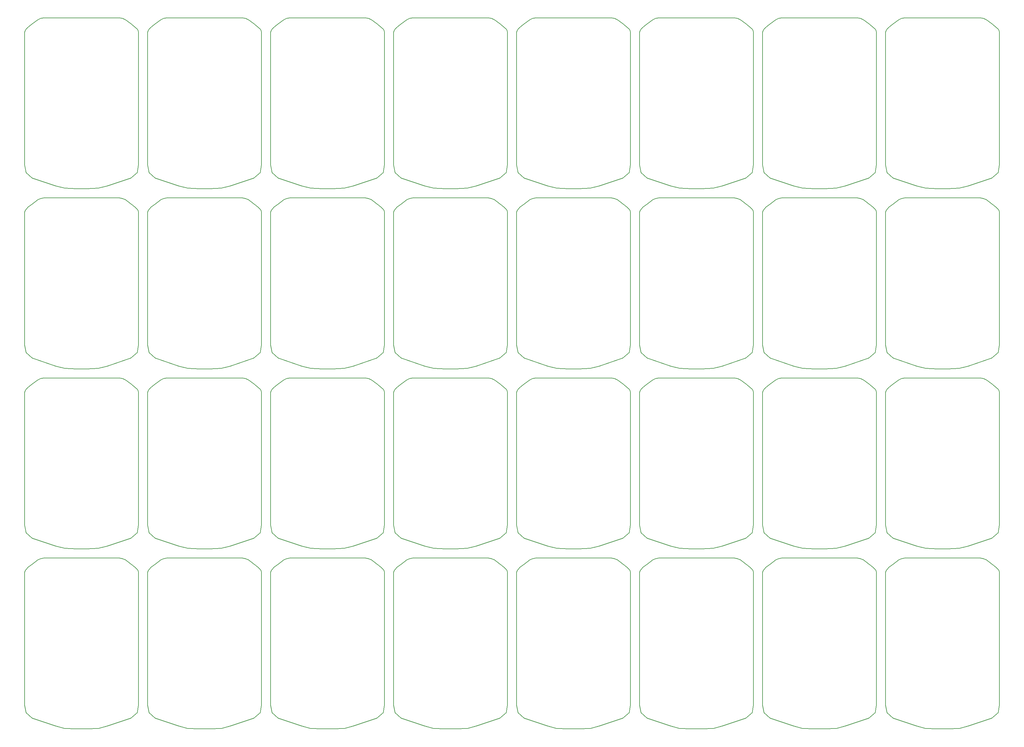
<source format=gbr>
G04 #@! TF.FileFunction,Profile,NP*
%FSLAX46Y46*%
G04 Gerber Fmt 4.6, Leading zero omitted, Abs format (unit mm)*
G04 Created by KiCad (PCBNEW 4.0.7-e2-6376~58~ubuntu16.04.1) date Mon Nov 20 20:39:29 2017*
%MOMM*%
%LPD*%
G01*
G04 APERTURE LIST*
%ADD10C,0.100000*%
%ADD11C,0.150000*%
G04 APERTURE END LIST*
D10*
D11*
X187325000Y-121056400D02*
X187452000Y-120548400D01*
X187452000Y-120548400D02*
X187706000Y-120167400D01*
X187706000Y-120167400D02*
X188341000Y-119532400D01*
X188341000Y-119532400D02*
X189484000Y-118643400D01*
X189484000Y-118643400D02*
X191008000Y-117500400D01*
X191008000Y-117500400D02*
X191897000Y-117119400D01*
X191897000Y-117119400D02*
X192786000Y-116992400D01*
X214503000Y-117119400D02*
X213614000Y-116992400D01*
X215392000Y-117500400D02*
X214503000Y-117119400D01*
X216916000Y-118643400D02*
X215392000Y-117500400D01*
X218059000Y-119532400D02*
X216916000Y-118643400D01*
X218694000Y-120167400D02*
X218059000Y-119532400D01*
X218948000Y-120548400D02*
X218694000Y-120167400D01*
X219075000Y-121056400D02*
X218948000Y-120548400D01*
X213614000Y-116992400D02*
X192786000Y-116992400D01*
X219075000Y-121056400D02*
X219075000Y-158013400D01*
X187325000Y-121056400D02*
X187325000Y-158013400D01*
X187325000Y-158013400D02*
X187706000Y-160172400D01*
X187706000Y-160172400D02*
X189458600Y-161696400D01*
X189458600Y-161696400D02*
X196037200Y-163931600D01*
X196037200Y-163931600D02*
X198501000Y-164541200D01*
X198501000Y-164541200D02*
X201803000Y-164693600D01*
X207899000Y-164541200D02*
X204597000Y-164693600D01*
X210362800Y-163931600D02*
X207899000Y-164541200D01*
X216941400Y-161696400D02*
X210362800Y-163931600D01*
X218694000Y-160172400D02*
X216941400Y-161696400D01*
X219075000Y-158013400D02*
X218694000Y-160172400D01*
X201803000Y-164693600D02*
X204597000Y-164693600D01*
X153035000Y-121056400D02*
X153162000Y-120548400D01*
X153162000Y-120548400D02*
X153416000Y-120167400D01*
X153416000Y-120167400D02*
X154051000Y-119532400D01*
X154051000Y-119532400D02*
X155194000Y-118643400D01*
X155194000Y-118643400D02*
X156718000Y-117500400D01*
X156718000Y-117500400D02*
X157607000Y-117119400D01*
X157607000Y-117119400D02*
X158496000Y-116992400D01*
X180213000Y-117119400D02*
X179324000Y-116992400D01*
X181102000Y-117500400D02*
X180213000Y-117119400D01*
X182626000Y-118643400D02*
X181102000Y-117500400D01*
X183769000Y-119532400D02*
X182626000Y-118643400D01*
X184404000Y-120167400D02*
X183769000Y-119532400D01*
X184658000Y-120548400D02*
X184404000Y-120167400D01*
X184785000Y-121056400D02*
X184658000Y-120548400D01*
X179324000Y-116992400D02*
X158496000Y-116992400D01*
X184785000Y-121056400D02*
X184785000Y-158013400D01*
X153035000Y-121056400D02*
X153035000Y-158013400D01*
X153035000Y-158013400D02*
X153416000Y-160172400D01*
X153416000Y-160172400D02*
X155168600Y-161696400D01*
X155168600Y-161696400D02*
X161747200Y-163931600D01*
X161747200Y-163931600D02*
X164211000Y-164541200D01*
X164211000Y-164541200D02*
X167513000Y-164693600D01*
X173609000Y-164541200D02*
X170307000Y-164693600D01*
X176072800Y-163931600D02*
X173609000Y-164541200D01*
X182651400Y-161696400D02*
X176072800Y-163931600D01*
X184404000Y-160172400D02*
X182651400Y-161696400D01*
X184785000Y-158013400D02*
X184404000Y-160172400D01*
X167513000Y-164693600D02*
X170307000Y-164693600D01*
X236093000Y-164693600D02*
X238887000Y-164693600D01*
X253365000Y-158013400D02*
X252984000Y-160172400D01*
X252984000Y-160172400D02*
X251231400Y-161696400D01*
X251231400Y-161696400D02*
X244652800Y-163931600D01*
X244652800Y-163931600D02*
X242189000Y-164541200D01*
X242189000Y-164541200D02*
X238887000Y-164693600D01*
X232791000Y-164541200D02*
X236093000Y-164693600D01*
X230327200Y-163931600D02*
X232791000Y-164541200D01*
X223748600Y-161696400D02*
X230327200Y-163931600D01*
X221996000Y-160172400D02*
X223748600Y-161696400D01*
X221615000Y-158013400D02*
X221996000Y-160172400D01*
X221615000Y-121056400D02*
X221615000Y-158013400D01*
X253365000Y-121056400D02*
X253365000Y-158013400D01*
X247904000Y-116992400D02*
X227076000Y-116992400D01*
X253365000Y-121056400D02*
X253238000Y-120548400D01*
X253238000Y-120548400D02*
X252984000Y-120167400D01*
X252984000Y-120167400D02*
X252349000Y-119532400D01*
X252349000Y-119532400D02*
X251206000Y-118643400D01*
X251206000Y-118643400D02*
X249682000Y-117500400D01*
X249682000Y-117500400D02*
X248793000Y-117119400D01*
X248793000Y-117119400D02*
X247904000Y-116992400D01*
X226187000Y-117119400D02*
X227076000Y-116992400D01*
X225298000Y-117500400D02*
X226187000Y-117119400D01*
X223774000Y-118643400D02*
X225298000Y-117500400D01*
X222631000Y-119532400D02*
X223774000Y-118643400D01*
X221996000Y-120167400D02*
X222631000Y-119532400D01*
X221742000Y-120548400D02*
X221996000Y-120167400D01*
X221615000Y-121056400D02*
X221742000Y-120548400D01*
X270383000Y-164693600D02*
X273177000Y-164693600D01*
X287655000Y-158013400D02*
X287274000Y-160172400D01*
X287274000Y-160172400D02*
X285521400Y-161696400D01*
X285521400Y-161696400D02*
X278942800Y-163931600D01*
X278942800Y-163931600D02*
X276479000Y-164541200D01*
X276479000Y-164541200D02*
X273177000Y-164693600D01*
X267081000Y-164541200D02*
X270383000Y-164693600D01*
X264617200Y-163931600D02*
X267081000Y-164541200D01*
X258038600Y-161696400D02*
X264617200Y-163931600D01*
X256286000Y-160172400D02*
X258038600Y-161696400D01*
X255905000Y-158013400D02*
X256286000Y-160172400D01*
X255905000Y-121056400D02*
X255905000Y-158013400D01*
X287655000Y-121056400D02*
X287655000Y-158013400D01*
X282194000Y-116992400D02*
X261366000Y-116992400D01*
X287655000Y-121056400D02*
X287528000Y-120548400D01*
X287528000Y-120548400D02*
X287274000Y-120167400D01*
X287274000Y-120167400D02*
X286639000Y-119532400D01*
X286639000Y-119532400D02*
X285496000Y-118643400D01*
X285496000Y-118643400D02*
X283972000Y-117500400D01*
X283972000Y-117500400D02*
X283083000Y-117119400D01*
X283083000Y-117119400D02*
X282194000Y-116992400D01*
X260477000Y-117119400D02*
X261366000Y-116992400D01*
X259588000Y-117500400D02*
X260477000Y-117119400D01*
X258064000Y-118643400D02*
X259588000Y-117500400D01*
X256921000Y-119532400D02*
X258064000Y-118643400D01*
X256286000Y-120167400D02*
X256921000Y-119532400D01*
X256032000Y-120548400D02*
X256286000Y-120167400D01*
X255905000Y-121056400D02*
X256032000Y-120548400D01*
X118745000Y-121056400D02*
X118872000Y-120548400D01*
X118872000Y-120548400D02*
X119126000Y-120167400D01*
X119126000Y-120167400D02*
X119761000Y-119532400D01*
X119761000Y-119532400D02*
X120904000Y-118643400D01*
X120904000Y-118643400D02*
X122428000Y-117500400D01*
X122428000Y-117500400D02*
X123317000Y-117119400D01*
X123317000Y-117119400D02*
X124206000Y-116992400D01*
X145923000Y-117119400D02*
X145034000Y-116992400D01*
X146812000Y-117500400D02*
X145923000Y-117119400D01*
X148336000Y-118643400D02*
X146812000Y-117500400D01*
X149479000Y-119532400D02*
X148336000Y-118643400D01*
X150114000Y-120167400D02*
X149479000Y-119532400D01*
X150368000Y-120548400D02*
X150114000Y-120167400D01*
X150495000Y-121056400D02*
X150368000Y-120548400D01*
X145034000Y-116992400D02*
X124206000Y-116992400D01*
X150495000Y-121056400D02*
X150495000Y-158013400D01*
X118745000Y-121056400D02*
X118745000Y-158013400D01*
X118745000Y-158013400D02*
X119126000Y-160172400D01*
X119126000Y-160172400D02*
X120878600Y-161696400D01*
X120878600Y-161696400D02*
X127457200Y-163931600D01*
X127457200Y-163931600D02*
X129921000Y-164541200D01*
X129921000Y-164541200D02*
X133223000Y-164693600D01*
X139319000Y-164541200D02*
X136017000Y-164693600D01*
X141782800Y-163931600D02*
X139319000Y-164541200D01*
X148361400Y-161696400D02*
X141782800Y-163931600D01*
X150114000Y-160172400D02*
X148361400Y-161696400D01*
X150495000Y-158013400D02*
X150114000Y-160172400D01*
X133223000Y-164693600D02*
X136017000Y-164693600D01*
X84455000Y-121056400D02*
X84582000Y-120548400D01*
X84582000Y-120548400D02*
X84836000Y-120167400D01*
X84836000Y-120167400D02*
X85471000Y-119532400D01*
X85471000Y-119532400D02*
X86614000Y-118643400D01*
X86614000Y-118643400D02*
X88138000Y-117500400D01*
X88138000Y-117500400D02*
X89027000Y-117119400D01*
X89027000Y-117119400D02*
X89916000Y-116992400D01*
X111633000Y-117119400D02*
X110744000Y-116992400D01*
X112522000Y-117500400D02*
X111633000Y-117119400D01*
X114046000Y-118643400D02*
X112522000Y-117500400D01*
X115189000Y-119532400D02*
X114046000Y-118643400D01*
X115824000Y-120167400D02*
X115189000Y-119532400D01*
X116078000Y-120548400D02*
X115824000Y-120167400D01*
X116205000Y-121056400D02*
X116078000Y-120548400D01*
X110744000Y-116992400D02*
X89916000Y-116992400D01*
X116205000Y-121056400D02*
X116205000Y-158013400D01*
X84455000Y-121056400D02*
X84455000Y-158013400D01*
X84455000Y-158013400D02*
X84836000Y-160172400D01*
X84836000Y-160172400D02*
X86588600Y-161696400D01*
X86588600Y-161696400D02*
X93167200Y-163931600D01*
X93167200Y-163931600D02*
X95631000Y-164541200D01*
X95631000Y-164541200D02*
X98933000Y-164693600D01*
X105029000Y-164541200D02*
X101727000Y-164693600D01*
X107492800Y-163931600D02*
X105029000Y-164541200D01*
X114071400Y-161696400D02*
X107492800Y-163931600D01*
X115824000Y-160172400D02*
X114071400Y-161696400D01*
X116205000Y-158013400D02*
X115824000Y-160172400D01*
X98933000Y-164693600D02*
X101727000Y-164693600D01*
X30353000Y-164693600D02*
X33147000Y-164693600D01*
X47625000Y-158013400D02*
X47244000Y-160172400D01*
X47244000Y-160172400D02*
X45491400Y-161696400D01*
X45491400Y-161696400D02*
X38912800Y-163931600D01*
X38912800Y-163931600D02*
X36449000Y-164541200D01*
X36449000Y-164541200D02*
X33147000Y-164693600D01*
X27051000Y-164541200D02*
X30353000Y-164693600D01*
X24587200Y-163931600D02*
X27051000Y-164541200D01*
X18008600Y-161696400D02*
X24587200Y-163931600D01*
X16256000Y-160172400D02*
X18008600Y-161696400D01*
X15875000Y-158013400D02*
X16256000Y-160172400D01*
X15875000Y-121056400D02*
X15875000Y-158013400D01*
X47625000Y-121056400D02*
X47625000Y-158013400D01*
X42164000Y-116992400D02*
X21336000Y-116992400D01*
X47625000Y-121056400D02*
X47498000Y-120548400D01*
X47498000Y-120548400D02*
X47244000Y-120167400D01*
X47244000Y-120167400D02*
X46609000Y-119532400D01*
X46609000Y-119532400D02*
X45466000Y-118643400D01*
X45466000Y-118643400D02*
X43942000Y-117500400D01*
X43942000Y-117500400D02*
X43053000Y-117119400D01*
X43053000Y-117119400D02*
X42164000Y-116992400D01*
X20447000Y-117119400D02*
X21336000Y-116992400D01*
X19558000Y-117500400D02*
X20447000Y-117119400D01*
X18034000Y-118643400D02*
X19558000Y-117500400D01*
X16891000Y-119532400D02*
X18034000Y-118643400D01*
X16256000Y-120167400D02*
X16891000Y-119532400D01*
X16002000Y-120548400D02*
X16256000Y-120167400D01*
X15875000Y-121056400D02*
X16002000Y-120548400D01*
X64643000Y-164693600D02*
X67437000Y-164693600D01*
X81915000Y-158013400D02*
X81534000Y-160172400D01*
X81534000Y-160172400D02*
X79781400Y-161696400D01*
X79781400Y-161696400D02*
X73202800Y-163931600D01*
X73202800Y-163931600D02*
X70739000Y-164541200D01*
X70739000Y-164541200D02*
X67437000Y-164693600D01*
X61341000Y-164541200D02*
X64643000Y-164693600D01*
X58877200Y-163931600D02*
X61341000Y-164541200D01*
X52298600Y-161696400D02*
X58877200Y-163931600D01*
X50546000Y-160172400D02*
X52298600Y-161696400D01*
X50165000Y-158013400D02*
X50546000Y-160172400D01*
X50165000Y-121056400D02*
X50165000Y-158013400D01*
X81915000Y-121056400D02*
X81915000Y-158013400D01*
X76454000Y-116992400D02*
X55626000Y-116992400D01*
X81915000Y-121056400D02*
X81788000Y-120548400D01*
X81788000Y-120548400D02*
X81534000Y-120167400D01*
X81534000Y-120167400D02*
X80899000Y-119532400D01*
X80899000Y-119532400D02*
X79756000Y-118643400D01*
X79756000Y-118643400D02*
X78232000Y-117500400D01*
X78232000Y-117500400D02*
X77343000Y-117119400D01*
X77343000Y-117119400D02*
X76454000Y-116992400D01*
X54737000Y-117119400D02*
X55626000Y-116992400D01*
X53848000Y-117500400D02*
X54737000Y-117119400D01*
X52324000Y-118643400D02*
X53848000Y-117500400D01*
X51181000Y-119532400D02*
X52324000Y-118643400D01*
X50546000Y-120167400D02*
X51181000Y-119532400D01*
X50292000Y-120548400D02*
X50546000Y-120167400D01*
X50165000Y-121056400D02*
X50292000Y-120548400D01*
X50165000Y-171297600D02*
X50292000Y-170789600D01*
X50292000Y-170789600D02*
X50546000Y-170408600D01*
X50546000Y-170408600D02*
X51181000Y-169773600D01*
X51181000Y-169773600D02*
X52324000Y-168884600D01*
X52324000Y-168884600D02*
X53848000Y-167741600D01*
X53848000Y-167741600D02*
X54737000Y-167360600D01*
X54737000Y-167360600D02*
X55626000Y-167233600D01*
X77343000Y-167360600D02*
X76454000Y-167233600D01*
X78232000Y-167741600D02*
X77343000Y-167360600D01*
X79756000Y-168884600D02*
X78232000Y-167741600D01*
X80899000Y-169773600D02*
X79756000Y-168884600D01*
X81534000Y-170408600D02*
X80899000Y-169773600D01*
X81788000Y-170789600D02*
X81534000Y-170408600D01*
X81915000Y-171297600D02*
X81788000Y-170789600D01*
X76454000Y-167233600D02*
X55626000Y-167233600D01*
X81915000Y-171297600D02*
X81915000Y-208254600D01*
X50165000Y-171297600D02*
X50165000Y-208254600D01*
X50165000Y-208254600D02*
X50546000Y-210413600D01*
X50546000Y-210413600D02*
X52298600Y-211937600D01*
X52298600Y-211937600D02*
X58877200Y-214172800D01*
X58877200Y-214172800D02*
X61341000Y-214782400D01*
X61341000Y-214782400D02*
X64643000Y-214934800D01*
X70739000Y-214782400D02*
X67437000Y-214934800D01*
X73202800Y-214172800D02*
X70739000Y-214782400D01*
X79781400Y-211937600D02*
X73202800Y-214172800D01*
X81534000Y-210413600D02*
X79781400Y-211937600D01*
X81915000Y-208254600D02*
X81534000Y-210413600D01*
X64643000Y-214934800D02*
X67437000Y-214934800D01*
X15875000Y-171297600D02*
X16002000Y-170789600D01*
X16002000Y-170789600D02*
X16256000Y-170408600D01*
X16256000Y-170408600D02*
X16891000Y-169773600D01*
X16891000Y-169773600D02*
X18034000Y-168884600D01*
X18034000Y-168884600D02*
X19558000Y-167741600D01*
X19558000Y-167741600D02*
X20447000Y-167360600D01*
X20447000Y-167360600D02*
X21336000Y-167233600D01*
X43053000Y-167360600D02*
X42164000Y-167233600D01*
X43942000Y-167741600D02*
X43053000Y-167360600D01*
X45466000Y-168884600D02*
X43942000Y-167741600D01*
X46609000Y-169773600D02*
X45466000Y-168884600D01*
X47244000Y-170408600D02*
X46609000Y-169773600D01*
X47498000Y-170789600D02*
X47244000Y-170408600D01*
X47625000Y-171297600D02*
X47498000Y-170789600D01*
X42164000Y-167233600D02*
X21336000Y-167233600D01*
X47625000Y-171297600D02*
X47625000Y-208254600D01*
X15875000Y-171297600D02*
X15875000Y-208254600D01*
X15875000Y-208254600D02*
X16256000Y-210413600D01*
X16256000Y-210413600D02*
X18008600Y-211937600D01*
X18008600Y-211937600D02*
X24587200Y-214172800D01*
X24587200Y-214172800D02*
X27051000Y-214782400D01*
X27051000Y-214782400D02*
X30353000Y-214934800D01*
X36449000Y-214782400D02*
X33147000Y-214934800D01*
X38912800Y-214172800D02*
X36449000Y-214782400D01*
X45491400Y-211937600D02*
X38912800Y-214172800D01*
X47244000Y-210413600D02*
X45491400Y-211937600D01*
X47625000Y-208254600D02*
X47244000Y-210413600D01*
X30353000Y-214934800D02*
X33147000Y-214934800D01*
X98933000Y-214934800D02*
X101727000Y-214934800D01*
X116205000Y-208254600D02*
X115824000Y-210413600D01*
X115824000Y-210413600D02*
X114071400Y-211937600D01*
X114071400Y-211937600D02*
X107492800Y-214172800D01*
X107492800Y-214172800D02*
X105029000Y-214782400D01*
X105029000Y-214782400D02*
X101727000Y-214934800D01*
X95631000Y-214782400D02*
X98933000Y-214934800D01*
X93167200Y-214172800D02*
X95631000Y-214782400D01*
X86588600Y-211937600D02*
X93167200Y-214172800D01*
X84836000Y-210413600D02*
X86588600Y-211937600D01*
X84455000Y-208254600D02*
X84836000Y-210413600D01*
X84455000Y-171297600D02*
X84455000Y-208254600D01*
X116205000Y-171297600D02*
X116205000Y-208254600D01*
X110744000Y-167233600D02*
X89916000Y-167233600D01*
X116205000Y-171297600D02*
X116078000Y-170789600D01*
X116078000Y-170789600D02*
X115824000Y-170408600D01*
X115824000Y-170408600D02*
X115189000Y-169773600D01*
X115189000Y-169773600D02*
X114046000Y-168884600D01*
X114046000Y-168884600D02*
X112522000Y-167741600D01*
X112522000Y-167741600D02*
X111633000Y-167360600D01*
X111633000Y-167360600D02*
X110744000Y-167233600D01*
X89027000Y-167360600D02*
X89916000Y-167233600D01*
X88138000Y-167741600D02*
X89027000Y-167360600D01*
X86614000Y-168884600D02*
X88138000Y-167741600D01*
X85471000Y-169773600D02*
X86614000Y-168884600D01*
X84836000Y-170408600D02*
X85471000Y-169773600D01*
X84582000Y-170789600D02*
X84836000Y-170408600D01*
X84455000Y-171297600D02*
X84582000Y-170789600D01*
X133223000Y-214934800D02*
X136017000Y-214934800D01*
X150495000Y-208254600D02*
X150114000Y-210413600D01*
X150114000Y-210413600D02*
X148361400Y-211937600D01*
X148361400Y-211937600D02*
X141782800Y-214172800D01*
X141782800Y-214172800D02*
X139319000Y-214782400D01*
X139319000Y-214782400D02*
X136017000Y-214934800D01*
X129921000Y-214782400D02*
X133223000Y-214934800D01*
X127457200Y-214172800D02*
X129921000Y-214782400D01*
X120878600Y-211937600D02*
X127457200Y-214172800D01*
X119126000Y-210413600D02*
X120878600Y-211937600D01*
X118745000Y-208254600D02*
X119126000Y-210413600D01*
X118745000Y-171297600D02*
X118745000Y-208254600D01*
X150495000Y-171297600D02*
X150495000Y-208254600D01*
X145034000Y-167233600D02*
X124206000Y-167233600D01*
X150495000Y-171297600D02*
X150368000Y-170789600D01*
X150368000Y-170789600D02*
X150114000Y-170408600D01*
X150114000Y-170408600D02*
X149479000Y-169773600D01*
X149479000Y-169773600D02*
X148336000Y-168884600D01*
X148336000Y-168884600D02*
X146812000Y-167741600D01*
X146812000Y-167741600D02*
X145923000Y-167360600D01*
X145923000Y-167360600D02*
X145034000Y-167233600D01*
X123317000Y-167360600D02*
X124206000Y-167233600D01*
X122428000Y-167741600D02*
X123317000Y-167360600D01*
X120904000Y-168884600D02*
X122428000Y-167741600D01*
X119761000Y-169773600D02*
X120904000Y-168884600D01*
X119126000Y-170408600D02*
X119761000Y-169773600D01*
X118872000Y-170789600D02*
X119126000Y-170408600D01*
X118745000Y-171297600D02*
X118872000Y-170789600D01*
X255905000Y-171297600D02*
X256032000Y-170789600D01*
X256032000Y-170789600D02*
X256286000Y-170408600D01*
X256286000Y-170408600D02*
X256921000Y-169773600D01*
X256921000Y-169773600D02*
X258064000Y-168884600D01*
X258064000Y-168884600D02*
X259588000Y-167741600D01*
X259588000Y-167741600D02*
X260477000Y-167360600D01*
X260477000Y-167360600D02*
X261366000Y-167233600D01*
X283083000Y-167360600D02*
X282194000Y-167233600D01*
X283972000Y-167741600D02*
X283083000Y-167360600D01*
X285496000Y-168884600D02*
X283972000Y-167741600D01*
X286639000Y-169773600D02*
X285496000Y-168884600D01*
X287274000Y-170408600D02*
X286639000Y-169773600D01*
X287528000Y-170789600D02*
X287274000Y-170408600D01*
X287655000Y-171297600D02*
X287528000Y-170789600D01*
X282194000Y-167233600D02*
X261366000Y-167233600D01*
X287655000Y-171297600D02*
X287655000Y-208254600D01*
X255905000Y-171297600D02*
X255905000Y-208254600D01*
X255905000Y-208254600D02*
X256286000Y-210413600D01*
X256286000Y-210413600D02*
X258038600Y-211937600D01*
X258038600Y-211937600D02*
X264617200Y-214172800D01*
X264617200Y-214172800D02*
X267081000Y-214782400D01*
X267081000Y-214782400D02*
X270383000Y-214934800D01*
X276479000Y-214782400D02*
X273177000Y-214934800D01*
X278942800Y-214172800D02*
X276479000Y-214782400D01*
X285521400Y-211937600D02*
X278942800Y-214172800D01*
X287274000Y-210413600D02*
X285521400Y-211937600D01*
X287655000Y-208254600D02*
X287274000Y-210413600D01*
X270383000Y-214934800D02*
X273177000Y-214934800D01*
X221615000Y-171297600D02*
X221742000Y-170789600D01*
X221742000Y-170789600D02*
X221996000Y-170408600D01*
X221996000Y-170408600D02*
X222631000Y-169773600D01*
X222631000Y-169773600D02*
X223774000Y-168884600D01*
X223774000Y-168884600D02*
X225298000Y-167741600D01*
X225298000Y-167741600D02*
X226187000Y-167360600D01*
X226187000Y-167360600D02*
X227076000Y-167233600D01*
X248793000Y-167360600D02*
X247904000Y-167233600D01*
X249682000Y-167741600D02*
X248793000Y-167360600D01*
X251206000Y-168884600D02*
X249682000Y-167741600D01*
X252349000Y-169773600D02*
X251206000Y-168884600D01*
X252984000Y-170408600D02*
X252349000Y-169773600D01*
X253238000Y-170789600D02*
X252984000Y-170408600D01*
X253365000Y-171297600D02*
X253238000Y-170789600D01*
X247904000Y-167233600D02*
X227076000Y-167233600D01*
X253365000Y-171297600D02*
X253365000Y-208254600D01*
X221615000Y-171297600D02*
X221615000Y-208254600D01*
X221615000Y-208254600D02*
X221996000Y-210413600D01*
X221996000Y-210413600D02*
X223748600Y-211937600D01*
X223748600Y-211937600D02*
X230327200Y-214172800D01*
X230327200Y-214172800D02*
X232791000Y-214782400D01*
X232791000Y-214782400D02*
X236093000Y-214934800D01*
X242189000Y-214782400D02*
X238887000Y-214934800D01*
X244652800Y-214172800D02*
X242189000Y-214782400D01*
X251231400Y-211937600D02*
X244652800Y-214172800D01*
X252984000Y-210413600D02*
X251231400Y-211937600D01*
X253365000Y-208254600D02*
X252984000Y-210413600D01*
X236093000Y-214934800D02*
X238887000Y-214934800D01*
X167513000Y-214934800D02*
X170307000Y-214934800D01*
X184785000Y-208254600D02*
X184404000Y-210413600D01*
X184404000Y-210413600D02*
X182651400Y-211937600D01*
X182651400Y-211937600D02*
X176072800Y-214172800D01*
X176072800Y-214172800D02*
X173609000Y-214782400D01*
X173609000Y-214782400D02*
X170307000Y-214934800D01*
X164211000Y-214782400D02*
X167513000Y-214934800D01*
X161747200Y-214172800D02*
X164211000Y-214782400D01*
X155168600Y-211937600D02*
X161747200Y-214172800D01*
X153416000Y-210413600D02*
X155168600Y-211937600D01*
X153035000Y-208254600D02*
X153416000Y-210413600D01*
X153035000Y-171297600D02*
X153035000Y-208254600D01*
X184785000Y-171297600D02*
X184785000Y-208254600D01*
X179324000Y-167233600D02*
X158496000Y-167233600D01*
X184785000Y-171297600D02*
X184658000Y-170789600D01*
X184658000Y-170789600D02*
X184404000Y-170408600D01*
X184404000Y-170408600D02*
X183769000Y-169773600D01*
X183769000Y-169773600D02*
X182626000Y-168884600D01*
X182626000Y-168884600D02*
X181102000Y-167741600D01*
X181102000Y-167741600D02*
X180213000Y-167360600D01*
X180213000Y-167360600D02*
X179324000Y-167233600D01*
X157607000Y-167360600D02*
X158496000Y-167233600D01*
X156718000Y-167741600D02*
X157607000Y-167360600D01*
X155194000Y-168884600D02*
X156718000Y-167741600D01*
X154051000Y-169773600D02*
X155194000Y-168884600D01*
X153416000Y-170408600D02*
X154051000Y-169773600D01*
X153162000Y-170789600D02*
X153416000Y-170408600D01*
X153035000Y-171297600D02*
X153162000Y-170789600D01*
X201803000Y-214934800D02*
X204597000Y-214934800D01*
X219075000Y-208254600D02*
X218694000Y-210413600D01*
X218694000Y-210413600D02*
X216941400Y-211937600D01*
X216941400Y-211937600D02*
X210362800Y-214172800D01*
X210362800Y-214172800D02*
X207899000Y-214782400D01*
X207899000Y-214782400D02*
X204597000Y-214934800D01*
X198501000Y-214782400D02*
X201803000Y-214934800D01*
X196037200Y-214172800D02*
X198501000Y-214782400D01*
X189458600Y-211937600D02*
X196037200Y-214172800D01*
X187706000Y-210413600D02*
X189458600Y-211937600D01*
X187325000Y-208254600D02*
X187706000Y-210413600D01*
X187325000Y-171297600D02*
X187325000Y-208254600D01*
X219075000Y-171297600D02*
X219075000Y-208254600D01*
X213614000Y-167233600D02*
X192786000Y-167233600D01*
X219075000Y-171297600D02*
X218948000Y-170789600D01*
X218948000Y-170789600D02*
X218694000Y-170408600D01*
X218694000Y-170408600D02*
X218059000Y-169773600D01*
X218059000Y-169773600D02*
X216916000Y-168884600D01*
X216916000Y-168884600D02*
X215392000Y-167741600D01*
X215392000Y-167741600D02*
X214503000Y-167360600D01*
X214503000Y-167360600D02*
X213614000Y-167233600D01*
X191897000Y-167360600D02*
X192786000Y-167233600D01*
X191008000Y-167741600D02*
X191897000Y-167360600D01*
X189484000Y-168884600D02*
X191008000Y-167741600D01*
X188341000Y-169773600D02*
X189484000Y-168884600D01*
X187706000Y-170408600D02*
X188341000Y-169773600D01*
X187452000Y-170789600D02*
X187706000Y-170408600D01*
X187325000Y-171297600D02*
X187452000Y-170789600D01*
X187325000Y-70815200D02*
X187452000Y-70307200D01*
X187452000Y-70307200D02*
X187706000Y-69926200D01*
X187706000Y-69926200D02*
X188341000Y-69291200D01*
X188341000Y-69291200D02*
X189484000Y-68402200D01*
X189484000Y-68402200D02*
X191008000Y-67259200D01*
X191008000Y-67259200D02*
X191897000Y-66878200D01*
X191897000Y-66878200D02*
X192786000Y-66751200D01*
X214503000Y-66878200D02*
X213614000Y-66751200D01*
X215392000Y-67259200D02*
X214503000Y-66878200D01*
X216916000Y-68402200D02*
X215392000Y-67259200D01*
X218059000Y-69291200D02*
X216916000Y-68402200D01*
X218694000Y-69926200D02*
X218059000Y-69291200D01*
X218948000Y-70307200D02*
X218694000Y-69926200D01*
X219075000Y-70815200D02*
X218948000Y-70307200D01*
X213614000Y-66751200D02*
X192786000Y-66751200D01*
X219075000Y-70815200D02*
X219075000Y-107772200D01*
X187325000Y-70815200D02*
X187325000Y-107772200D01*
X187325000Y-107772200D02*
X187706000Y-109931200D01*
X187706000Y-109931200D02*
X189458600Y-111455200D01*
X189458600Y-111455200D02*
X196037200Y-113690400D01*
X196037200Y-113690400D02*
X198501000Y-114300000D01*
X198501000Y-114300000D02*
X201803000Y-114452400D01*
X207899000Y-114300000D02*
X204597000Y-114452400D01*
X210362800Y-113690400D02*
X207899000Y-114300000D01*
X216941400Y-111455200D02*
X210362800Y-113690400D01*
X218694000Y-109931200D02*
X216941400Y-111455200D01*
X219075000Y-107772200D02*
X218694000Y-109931200D01*
X201803000Y-114452400D02*
X204597000Y-114452400D01*
X153035000Y-70815200D02*
X153162000Y-70307200D01*
X153162000Y-70307200D02*
X153416000Y-69926200D01*
X153416000Y-69926200D02*
X154051000Y-69291200D01*
X154051000Y-69291200D02*
X155194000Y-68402200D01*
X155194000Y-68402200D02*
X156718000Y-67259200D01*
X156718000Y-67259200D02*
X157607000Y-66878200D01*
X157607000Y-66878200D02*
X158496000Y-66751200D01*
X180213000Y-66878200D02*
X179324000Y-66751200D01*
X181102000Y-67259200D02*
X180213000Y-66878200D01*
X182626000Y-68402200D02*
X181102000Y-67259200D01*
X183769000Y-69291200D02*
X182626000Y-68402200D01*
X184404000Y-69926200D02*
X183769000Y-69291200D01*
X184658000Y-70307200D02*
X184404000Y-69926200D01*
X184785000Y-70815200D02*
X184658000Y-70307200D01*
X179324000Y-66751200D02*
X158496000Y-66751200D01*
X184785000Y-70815200D02*
X184785000Y-107772200D01*
X153035000Y-70815200D02*
X153035000Y-107772200D01*
X153035000Y-107772200D02*
X153416000Y-109931200D01*
X153416000Y-109931200D02*
X155168600Y-111455200D01*
X155168600Y-111455200D02*
X161747200Y-113690400D01*
X161747200Y-113690400D02*
X164211000Y-114300000D01*
X164211000Y-114300000D02*
X167513000Y-114452400D01*
X173609000Y-114300000D02*
X170307000Y-114452400D01*
X176072800Y-113690400D02*
X173609000Y-114300000D01*
X182651400Y-111455200D02*
X176072800Y-113690400D01*
X184404000Y-109931200D02*
X182651400Y-111455200D01*
X184785000Y-107772200D02*
X184404000Y-109931200D01*
X167513000Y-114452400D02*
X170307000Y-114452400D01*
X236093000Y-114452400D02*
X238887000Y-114452400D01*
X253365000Y-107772200D02*
X252984000Y-109931200D01*
X252984000Y-109931200D02*
X251231400Y-111455200D01*
X251231400Y-111455200D02*
X244652800Y-113690400D01*
X244652800Y-113690400D02*
X242189000Y-114300000D01*
X242189000Y-114300000D02*
X238887000Y-114452400D01*
X232791000Y-114300000D02*
X236093000Y-114452400D01*
X230327200Y-113690400D02*
X232791000Y-114300000D01*
X223748600Y-111455200D02*
X230327200Y-113690400D01*
X221996000Y-109931200D02*
X223748600Y-111455200D01*
X221615000Y-107772200D02*
X221996000Y-109931200D01*
X221615000Y-70815200D02*
X221615000Y-107772200D01*
X253365000Y-70815200D02*
X253365000Y-107772200D01*
X247904000Y-66751200D02*
X227076000Y-66751200D01*
X253365000Y-70815200D02*
X253238000Y-70307200D01*
X253238000Y-70307200D02*
X252984000Y-69926200D01*
X252984000Y-69926200D02*
X252349000Y-69291200D01*
X252349000Y-69291200D02*
X251206000Y-68402200D01*
X251206000Y-68402200D02*
X249682000Y-67259200D01*
X249682000Y-67259200D02*
X248793000Y-66878200D01*
X248793000Y-66878200D02*
X247904000Y-66751200D01*
X226187000Y-66878200D02*
X227076000Y-66751200D01*
X225298000Y-67259200D02*
X226187000Y-66878200D01*
X223774000Y-68402200D02*
X225298000Y-67259200D01*
X222631000Y-69291200D02*
X223774000Y-68402200D01*
X221996000Y-69926200D02*
X222631000Y-69291200D01*
X221742000Y-70307200D02*
X221996000Y-69926200D01*
X221615000Y-70815200D02*
X221742000Y-70307200D01*
X270383000Y-114452400D02*
X273177000Y-114452400D01*
X287655000Y-107772200D02*
X287274000Y-109931200D01*
X287274000Y-109931200D02*
X285521400Y-111455200D01*
X285521400Y-111455200D02*
X278942800Y-113690400D01*
X278942800Y-113690400D02*
X276479000Y-114300000D01*
X276479000Y-114300000D02*
X273177000Y-114452400D01*
X267081000Y-114300000D02*
X270383000Y-114452400D01*
X264617200Y-113690400D02*
X267081000Y-114300000D01*
X258038600Y-111455200D02*
X264617200Y-113690400D01*
X256286000Y-109931200D02*
X258038600Y-111455200D01*
X255905000Y-107772200D02*
X256286000Y-109931200D01*
X255905000Y-70815200D02*
X255905000Y-107772200D01*
X287655000Y-70815200D02*
X287655000Y-107772200D01*
X282194000Y-66751200D02*
X261366000Y-66751200D01*
X287655000Y-70815200D02*
X287528000Y-70307200D01*
X287528000Y-70307200D02*
X287274000Y-69926200D01*
X287274000Y-69926200D02*
X286639000Y-69291200D01*
X286639000Y-69291200D02*
X285496000Y-68402200D01*
X285496000Y-68402200D02*
X283972000Y-67259200D01*
X283972000Y-67259200D02*
X283083000Y-66878200D01*
X283083000Y-66878200D02*
X282194000Y-66751200D01*
X260477000Y-66878200D02*
X261366000Y-66751200D01*
X259588000Y-67259200D02*
X260477000Y-66878200D01*
X258064000Y-68402200D02*
X259588000Y-67259200D01*
X256921000Y-69291200D02*
X258064000Y-68402200D01*
X256286000Y-69926200D02*
X256921000Y-69291200D01*
X256032000Y-70307200D02*
X256286000Y-69926200D01*
X255905000Y-70815200D02*
X256032000Y-70307200D01*
X118745000Y-70815200D02*
X118872000Y-70307200D01*
X118872000Y-70307200D02*
X119126000Y-69926200D01*
X119126000Y-69926200D02*
X119761000Y-69291200D01*
X119761000Y-69291200D02*
X120904000Y-68402200D01*
X120904000Y-68402200D02*
X122428000Y-67259200D01*
X122428000Y-67259200D02*
X123317000Y-66878200D01*
X123317000Y-66878200D02*
X124206000Y-66751200D01*
X145923000Y-66878200D02*
X145034000Y-66751200D01*
X146812000Y-67259200D02*
X145923000Y-66878200D01*
X148336000Y-68402200D02*
X146812000Y-67259200D01*
X149479000Y-69291200D02*
X148336000Y-68402200D01*
X150114000Y-69926200D02*
X149479000Y-69291200D01*
X150368000Y-70307200D02*
X150114000Y-69926200D01*
X150495000Y-70815200D02*
X150368000Y-70307200D01*
X145034000Y-66751200D02*
X124206000Y-66751200D01*
X150495000Y-70815200D02*
X150495000Y-107772200D01*
X118745000Y-70815200D02*
X118745000Y-107772200D01*
X118745000Y-107772200D02*
X119126000Y-109931200D01*
X119126000Y-109931200D02*
X120878600Y-111455200D01*
X120878600Y-111455200D02*
X127457200Y-113690400D01*
X127457200Y-113690400D02*
X129921000Y-114300000D01*
X129921000Y-114300000D02*
X133223000Y-114452400D01*
X139319000Y-114300000D02*
X136017000Y-114452400D01*
X141782800Y-113690400D02*
X139319000Y-114300000D01*
X148361400Y-111455200D02*
X141782800Y-113690400D01*
X150114000Y-109931200D02*
X148361400Y-111455200D01*
X150495000Y-107772200D02*
X150114000Y-109931200D01*
X133223000Y-114452400D02*
X136017000Y-114452400D01*
X84455000Y-70815200D02*
X84582000Y-70307200D01*
X84582000Y-70307200D02*
X84836000Y-69926200D01*
X84836000Y-69926200D02*
X85471000Y-69291200D01*
X85471000Y-69291200D02*
X86614000Y-68402200D01*
X86614000Y-68402200D02*
X88138000Y-67259200D01*
X88138000Y-67259200D02*
X89027000Y-66878200D01*
X89027000Y-66878200D02*
X89916000Y-66751200D01*
X111633000Y-66878200D02*
X110744000Y-66751200D01*
X112522000Y-67259200D02*
X111633000Y-66878200D01*
X114046000Y-68402200D02*
X112522000Y-67259200D01*
X115189000Y-69291200D02*
X114046000Y-68402200D01*
X115824000Y-69926200D02*
X115189000Y-69291200D01*
X116078000Y-70307200D02*
X115824000Y-69926200D01*
X116205000Y-70815200D02*
X116078000Y-70307200D01*
X110744000Y-66751200D02*
X89916000Y-66751200D01*
X116205000Y-70815200D02*
X116205000Y-107772200D01*
X84455000Y-70815200D02*
X84455000Y-107772200D01*
X84455000Y-107772200D02*
X84836000Y-109931200D01*
X84836000Y-109931200D02*
X86588600Y-111455200D01*
X86588600Y-111455200D02*
X93167200Y-113690400D01*
X93167200Y-113690400D02*
X95631000Y-114300000D01*
X95631000Y-114300000D02*
X98933000Y-114452400D01*
X105029000Y-114300000D02*
X101727000Y-114452400D01*
X107492800Y-113690400D02*
X105029000Y-114300000D01*
X114071400Y-111455200D02*
X107492800Y-113690400D01*
X115824000Y-109931200D02*
X114071400Y-111455200D01*
X116205000Y-107772200D02*
X115824000Y-109931200D01*
X98933000Y-114452400D02*
X101727000Y-114452400D01*
X30353000Y-114452400D02*
X33147000Y-114452400D01*
X47625000Y-107772200D02*
X47244000Y-109931200D01*
X47244000Y-109931200D02*
X45491400Y-111455200D01*
X45491400Y-111455200D02*
X38912800Y-113690400D01*
X38912800Y-113690400D02*
X36449000Y-114300000D01*
X36449000Y-114300000D02*
X33147000Y-114452400D01*
X27051000Y-114300000D02*
X30353000Y-114452400D01*
X24587200Y-113690400D02*
X27051000Y-114300000D01*
X18008600Y-111455200D02*
X24587200Y-113690400D01*
X16256000Y-109931200D02*
X18008600Y-111455200D01*
X15875000Y-107772200D02*
X16256000Y-109931200D01*
X15875000Y-70815200D02*
X15875000Y-107772200D01*
X47625000Y-70815200D02*
X47625000Y-107772200D01*
X42164000Y-66751200D02*
X21336000Y-66751200D01*
X47625000Y-70815200D02*
X47498000Y-70307200D01*
X47498000Y-70307200D02*
X47244000Y-69926200D01*
X47244000Y-69926200D02*
X46609000Y-69291200D01*
X46609000Y-69291200D02*
X45466000Y-68402200D01*
X45466000Y-68402200D02*
X43942000Y-67259200D01*
X43942000Y-67259200D02*
X43053000Y-66878200D01*
X43053000Y-66878200D02*
X42164000Y-66751200D01*
X20447000Y-66878200D02*
X21336000Y-66751200D01*
X19558000Y-67259200D02*
X20447000Y-66878200D01*
X18034000Y-68402200D02*
X19558000Y-67259200D01*
X16891000Y-69291200D02*
X18034000Y-68402200D01*
X16256000Y-69926200D02*
X16891000Y-69291200D01*
X16002000Y-70307200D02*
X16256000Y-69926200D01*
X15875000Y-70815200D02*
X16002000Y-70307200D01*
X64643000Y-114452400D02*
X67437000Y-114452400D01*
X81915000Y-107772200D02*
X81534000Y-109931200D01*
X81534000Y-109931200D02*
X79781400Y-111455200D01*
X79781400Y-111455200D02*
X73202800Y-113690400D01*
X73202800Y-113690400D02*
X70739000Y-114300000D01*
X70739000Y-114300000D02*
X67437000Y-114452400D01*
X61341000Y-114300000D02*
X64643000Y-114452400D01*
X58877200Y-113690400D02*
X61341000Y-114300000D01*
X52298600Y-111455200D02*
X58877200Y-113690400D01*
X50546000Y-109931200D02*
X52298600Y-111455200D01*
X50165000Y-107772200D02*
X50546000Y-109931200D01*
X50165000Y-70815200D02*
X50165000Y-107772200D01*
X81915000Y-70815200D02*
X81915000Y-107772200D01*
X76454000Y-66751200D02*
X55626000Y-66751200D01*
X81915000Y-70815200D02*
X81788000Y-70307200D01*
X81788000Y-70307200D02*
X81534000Y-69926200D01*
X81534000Y-69926200D02*
X80899000Y-69291200D01*
X80899000Y-69291200D02*
X79756000Y-68402200D01*
X79756000Y-68402200D02*
X78232000Y-67259200D01*
X78232000Y-67259200D02*
X77343000Y-66878200D01*
X77343000Y-66878200D02*
X76454000Y-66751200D01*
X54737000Y-66878200D02*
X55626000Y-66751200D01*
X53848000Y-67259200D02*
X54737000Y-66878200D01*
X52324000Y-68402200D02*
X53848000Y-67259200D01*
X51181000Y-69291200D02*
X52324000Y-68402200D01*
X50546000Y-69926200D02*
X51181000Y-69291200D01*
X50292000Y-70307200D02*
X50546000Y-69926200D01*
X50165000Y-70815200D02*
X50292000Y-70307200D01*
X50165000Y-20574000D02*
X50292000Y-20066000D01*
X50292000Y-20066000D02*
X50546000Y-19685000D01*
X50546000Y-19685000D02*
X51181000Y-19050000D01*
X51181000Y-19050000D02*
X52324000Y-18161000D01*
X52324000Y-18161000D02*
X53848000Y-17018000D01*
X53848000Y-17018000D02*
X54737000Y-16637000D01*
X54737000Y-16637000D02*
X55626000Y-16510000D01*
X77343000Y-16637000D02*
X76454000Y-16510000D01*
X78232000Y-17018000D02*
X77343000Y-16637000D01*
X79756000Y-18161000D02*
X78232000Y-17018000D01*
X80899000Y-19050000D02*
X79756000Y-18161000D01*
X81534000Y-19685000D02*
X80899000Y-19050000D01*
X81788000Y-20066000D02*
X81534000Y-19685000D01*
X81915000Y-20574000D02*
X81788000Y-20066000D01*
X76454000Y-16510000D02*
X55626000Y-16510000D01*
X81915000Y-20574000D02*
X81915000Y-57531000D01*
X50165000Y-20574000D02*
X50165000Y-57531000D01*
X50165000Y-57531000D02*
X50546000Y-59690000D01*
X50546000Y-59690000D02*
X52298600Y-61214000D01*
X52298600Y-61214000D02*
X58877200Y-63449200D01*
X58877200Y-63449200D02*
X61341000Y-64058800D01*
X61341000Y-64058800D02*
X64643000Y-64211200D01*
X70739000Y-64058800D02*
X67437000Y-64211200D01*
X73202800Y-63449200D02*
X70739000Y-64058800D01*
X79781400Y-61214000D02*
X73202800Y-63449200D01*
X81534000Y-59690000D02*
X79781400Y-61214000D01*
X81915000Y-57531000D02*
X81534000Y-59690000D01*
X64643000Y-64211200D02*
X67437000Y-64211200D01*
X15875000Y-20574000D02*
X16002000Y-20066000D01*
X16002000Y-20066000D02*
X16256000Y-19685000D01*
X16256000Y-19685000D02*
X16891000Y-19050000D01*
X16891000Y-19050000D02*
X18034000Y-18161000D01*
X18034000Y-18161000D02*
X19558000Y-17018000D01*
X19558000Y-17018000D02*
X20447000Y-16637000D01*
X20447000Y-16637000D02*
X21336000Y-16510000D01*
X43053000Y-16637000D02*
X42164000Y-16510000D01*
X43942000Y-17018000D02*
X43053000Y-16637000D01*
X45466000Y-18161000D02*
X43942000Y-17018000D01*
X46609000Y-19050000D02*
X45466000Y-18161000D01*
X47244000Y-19685000D02*
X46609000Y-19050000D01*
X47498000Y-20066000D02*
X47244000Y-19685000D01*
X47625000Y-20574000D02*
X47498000Y-20066000D01*
X42164000Y-16510000D02*
X21336000Y-16510000D01*
X47625000Y-20574000D02*
X47625000Y-57531000D01*
X15875000Y-20574000D02*
X15875000Y-57531000D01*
X15875000Y-57531000D02*
X16256000Y-59690000D01*
X16256000Y-59690000D02*
X18008600Y-61214000D01*
X18008600Y-61214000D02*
X24587200Y-63449200D01*
X24587200Y-63449200D02*
X27051000Y-64058800D01*
X27051000Y-64058800D02*
X30353000Y-64211200D01*
X36449000Y-64058800D02*
X33147000Y-64211200D01*
X38912800Y-63449200D02*
X36449000Y-64058800D01*
X45491400Y-61214000D02*
X38912800Y-63449200D01*
X47244000Y-59690000D02*
X45491400Y-61214000D01*
X47625000Y-57531000D02*
X47244000Y-59690000D01*
X30353000Y-64211200D02*
X33147000Y-64211200D01*
X98933000Y-64211200D02*
X101727000Y-64211200D01*
X116205000Y-57531000D02*
X115824000Y-59690000D01*
X115824000Y-59690000D02*
X114071400Y-61214000D01*
X114071400Y-61214000D02*
X107492800Y-63449200D01*
X107492800Y-63449200D02*
X105029000Y-64058800D01*
X105029000Y-64058800D02*
X101727000Y-64211200D01*
X95631000Y-64058800D02*
X98933000Y-64211200D01*
X93167200Y-63449200D02*
X95631000Y-64058800D01*
X86588600Y-61214000D02*
X93167200Y-63449200D01*
X84836000Y-59690000D02*
X86588600Y-61214000D01*
X84455000Y-57531000D02*
X84836000Y-59690000D01*
X84455000Y-20574000D02*
X84455000Y-57531000D01*
X116205000Y-20574000D02*
X116205000Y-57531000D01*
X110744000Y-16510000D02*
X89916000Y-16510000D01*
X116205000Y-20574000D02*
X116078000Y-20066000D01*
X116078000Y-20066000D02*
X115824000Y-19685000D01*
X115824000Y-19685000D02*
X115189000Y-19050000D01*
X115189000Y-19050000D02*
X114046000Y-18161000D01*
X114046000Y-18161000D02*
X112522000Y-17018000D01*
X112522000Y-17018000D02*
X111633000Y-16637000D01*
X111633000Y-16637000D02*
X110744000Y-16510000D01*
X89027000Y-16637000D02*
X89916000Y-16510000D01*
X88138000Y-17018000D02*
X89027000Y-16637000D01*
X86614000Y-18161000D02*
X88138000Y-17018000D01*
X85471000Y-19050000D02*
X86614000Y-18161000D01*
X84836000Y-19685000D02*
X85471000Y-19050000D01*
X84582000Y-20066000D02*
X84836000Y-19685000D01*
X84455000Y-20574000D02*
X84582000Y-20066000D01*
X133223000Y-64211200D02*
X136017000Y-64211200D01*
X150495000Y-57531000D02*
X150114000Y-59690000D01*
X150114000Y-59690000D02*
X148361400Y-61214000D01*
X148361400Y-61214000D02*
X141782800Y-63449200D01*
X141782800Y-63449200D02*
X139319000Y-64058800D01*
X139319000Y-64058800D02*
X136017000Y-64211200D01*
X129921000Y-64058800D02*
X133223000Y-64211200D01*
X127457200Y-63449200D02*
X129921000Y-64058800D01*
X120878600Y-61214000D02*
X127457200Y-63449200D01*
X119126000Y-59690000D02*
X120878600Y-61214000D01*
X118745000Y-57531000D02*
X119126000Y-59690000D01*
X118745000Y-20574000D02*
X118745000Y-57531000D01*
X150495000Y-20574000D02*
X150495000Y-57531000D01*
X145034000Y-16510000D02*
X124206000Y-16510000D01*
X150495000Y-20574000D02*
X150368000Y-20066000D01*
X150368000Y-20066000D02*
X150114000Y-19685000D01*
X150114000Y-19685000D02*
X149479000Y-19050000D01*
X149479000Y-19050000D02*
X148336000Y-18161000D01*
X148336000Y-18161000D02*
X146812000Y-17018000D01*
X146812000Y-17018000D02*
X145923000Y-16637000D01*
X145923000Y-16637000D02*
X145034000Y-16510000D01*
X123317000Y-16637000D02*
X124206000Y-16510000D01*
X122428000Y-17018000D02*
X123317000Y-16637000D01*
X120904000Y-18161000D02*
X122428000Y-17018000D01*
X119761000Y-19050000D02*
X120904000Y-18161000D01*
X119126000Y-19685000D02*
X119761000Y-19050000D01*
X118872000Y-20066000D02*
X119126000Y-19685000D01*
X118745000Y-20574000D02*
X118872000Y-20066000D01*
X255905000Y-20574000D02*
X256032000Y-20066000D01*
X256032000Y-20066000D02*
X256286000Y-19685000D01*
X256286000Y-19685000D02*
X256921000Y-19050000D01*
X256921000Y-19050000D02*
X258064000Y-18161000D01*
X258064000Y-18161000D02*
X259588000Y-17018000D01*
X259588000Y-17018000D02*
X260477000Y-16637000D01*
X260477000Y-16637000D02*
X261366000Y-16510000D01*
X283083000Y-16637000D02*
X282194000Y-16510000D01*
X283972000Y-17018000D02*
X283083000Y-16637000D01*
X285496000Y-18161000D02*
X283972000Y-17018000D01*
X286639000Y-19050000D02*
X285496000Y-18161000D01*
X287274000Y-19685000D02*
X286639000Y-19050000D01*
X287528000Y-20066000D02*
X287274000Y-19685000D01*
X287655000Y-20574000D02*
X287528000Y-20066000D01*
X282194000Y-16510000D02*
X261366000Y-16510000D01*
X287655000Y-20574000D02*
X287655000Y-57531000D01*
X255905000Y-20574000D02*
X255905000Y-57531000D01*
X255905000Y-57531000D02*
X256286000Y-59690000D01*
X256286000Y-59690000D02*
X258038600Y-61214000D01*
X258038600Y-61214000D02*
X264617200Y-63449200D01*
X264617200Y-63449200D02*
X267081000Y-64058800D01*
X267081000Y-64058800D02*
X270383000Y-64211200D01*
X276479000Y-64058800D02*
X273177000Y-64211200D01*
X278942800Y-63449200D02*
X276479000Y-64058800D01*
X285521400Y-61214000D02*
X278942800Y-63449200D01*
X287274000Y-59690000D02*
X285521400Y-61214000D01*
X287655000Y-57531000D02*
X287274000Y-59690000D01*
X270383000Y-64211200D02*
X273177000Y-64211200D01*
X221615000Y-20574000D02*
X221742000Y-20066000D01*
X221742000Y-20066000D02*
X221996000Y-19685000D01*
X221996000Y-19685000D02*
X222631000Y-19050000D01*
X222631000Y-19050000D02*
X223774000Y-18161000D01*
X223774000Y-18161000D02*
X225298000Y-17018000D01*
X225298000Y-17018000D02*
X226187000Y-16637000D01*
X226187000Y-16637000D02*
X227076000Y-16510000D01*
X248793000Y-16637000D02*
X247904000Y-16510000D01*
X249682000Y-17018000D02*
X248793000Y-16637000D01*
X251206000Y-18161000D02*
X249682000Y-17018000D01*
X252349000Y-19050000D02*
X251206000Y-18161000D01*
X252984000Y-19685000D02*
X252349000Y-19050000D01*
X253238000Y-20066000D02*
X252984000Y-19685000D01*
X253365000Y-20574000D02*
X253238000Y-20066000D01*
X247904000Y-16510000D02*
X227076000Y-16510000D01*
X253365000Y-20574000D02*
X253365000Y-57531000D01*
X221615000Y-20574000D02*
X221615000Y-57531000D01*
X221615000Y-57531000D02*
X221996000Y-59690000D01*
X221996000Y-59690000D02*
X223748600Y-61214000D01*
X223748600Y-61214000D02*
X230327200Y-63449200D01*
X230327200Y-63449200D02*
X232791000Y-64058800D01*
X232791000Y-64058800D02*
X236093000Y-64211200D01*
X242189000Y-64058800D02*
X238887000Y-64211200D01*
X244652800Y-63449200D02*
X242189000Y-64058800D01*
X251231400Y-61214000D02*
X244652800Y-63449200D01*
X252984000Y-59690000D02*
X251231400Y-61214000D01*
X253365000Y-57531000D02*
X252984000Y-59690000D01*
X236093000Y-64211200D02*
X238887000Y-64211200D01*
X167513000Y-64211200D02*
X170307000Y-64211200D01*
X184785000Y-57531000D02*
X184404000Y-59690000D01*
X184404000Y-59690000D02*
X182651400Y-61214000D01*
X182651400Y-61214000D02*
X176072800Y-63449200D01*
X176072800Y-63449200D02*
X173609000Y-64058800D01*
X173609000Y-64058800D02*
X170307000Y-64211200D01*
X164211000Y-64058800D02*
X167513000Y-64211200D01*
X161747200Y-63449200D02*
X164211000Y-64058800D01*
X155168600Y-61214000D02*
X161747200Y-63449200D01*
X153416000Y-59690000D02*
X155168600Y-61214000D01*
X153035000Y-57531000D02*
X153416000Y-59690000D01*
X153035000Y-20574000D02*
X153035000Y-57531000D01*
X184785000Y-20574000D02*
X184785000Y-57531000D01*
X179324000Y-16510000D02*
X158496000Y-16510000D01*
X184785000Y-20574000D02*
X184658000Y-20066000D01*
X184658000Y-20066000D02*
X184404000Y-19685000D01*
X184404000Y-19685000D02*
X183769000Y-19050000D01*
X183769000Y-19050000D02*
X182626000Y-18161000D01*
X182626000Y-18161000D02*
X181102000Y-17018000D01*
X181102000Y-17018000D02*
X180213000Y-16637000D01*
X180213000Y-16637000D02*
X179324000Y-16510000D01*
X157607000Y-16637000D02*
X158496000Y-16510000D01*
X156718000Y-17018000D02*
X157607000Y-16637000D01*
X155194000Y-18161000D02*
X156718000Y-17018000D01*
X154051000Y-19050000D02*
X155194000Y-18161000D01*
X153416000Y-19685000D02*
X154051000Y-19050000D01*
X153162000Y-20066000D02*
X153416000Y-19685000D01*
X153035000Y-20574000D02*
X153162000Y-20066000D01*
X201803000Y-64211200D02*
X204597000Y-64211200D01*
X219075000Y-57531000D02*
X218694000Y-59690000D01*
X218694000Y-59690000D02*
X216941400Y-61214000D01*
X216941400Y-61214000D02*
X210362800Y-63449200D01*
X210362800Y-63449200D02*
X207899000Y-64058800D01*
X207899000Y-64058800D02*
X204597000Y-64211200D01*
X198501000Y-64058800D02*
X201803000Y-64211200D01*
X196037200Y-63449200D02*
X198501000Y-64058800D01*
X189458600Y-61214000D02*
X196037200Y-63449200D01*
X187706000Y-59690000D02*
X189458600Y-61214000D01*
X187325000Y-57531000D02*
X187706000Y-59690000D01*
X187325000Y-20574000D02*
X187325000Y-57531000D01*
X219075000Y-20574000D02*
X219075000Y-57531000D01*
X213614000Y-16510000D02*
X192786000Y-16510000D01*
X219075000Y-20574000D02*
X218948000Y-20066000D01*
X218948000Y-20066000D02*
X218694000Y-19685000D01*
X218694000Y-19685000D02*
X218059000Y-19050000D01*
X218059000Y-19050000D02*
X216916000Y-18161000D01*
X216916000Y-18161000D02*
X215392000Y-17018000D01*
X215392000Y-17018000D02*
X214503000Y-16637000D01*
X214503000Y-16637000D02*
X213614000Y-16510000D01*
X191897000Y-16637000D02*
X192786000Y-16510000D01*
X191008000Y-17018000D02*
X191897000Y-16637000D01*
X189484000Y-18161000D02*
X191008000Y-17018000D01*
X188341000Y-19050000D02*
X189484000Y-18161000D01*
X187706000Y-19685000D02*
X188341000Y-19050000D01*
X187452000Y-20066000D02*
X187706000Y-19685000D01*
X187325000Y-20574000D02*
X187452000Y-20066000D01*
M02*

</source>
